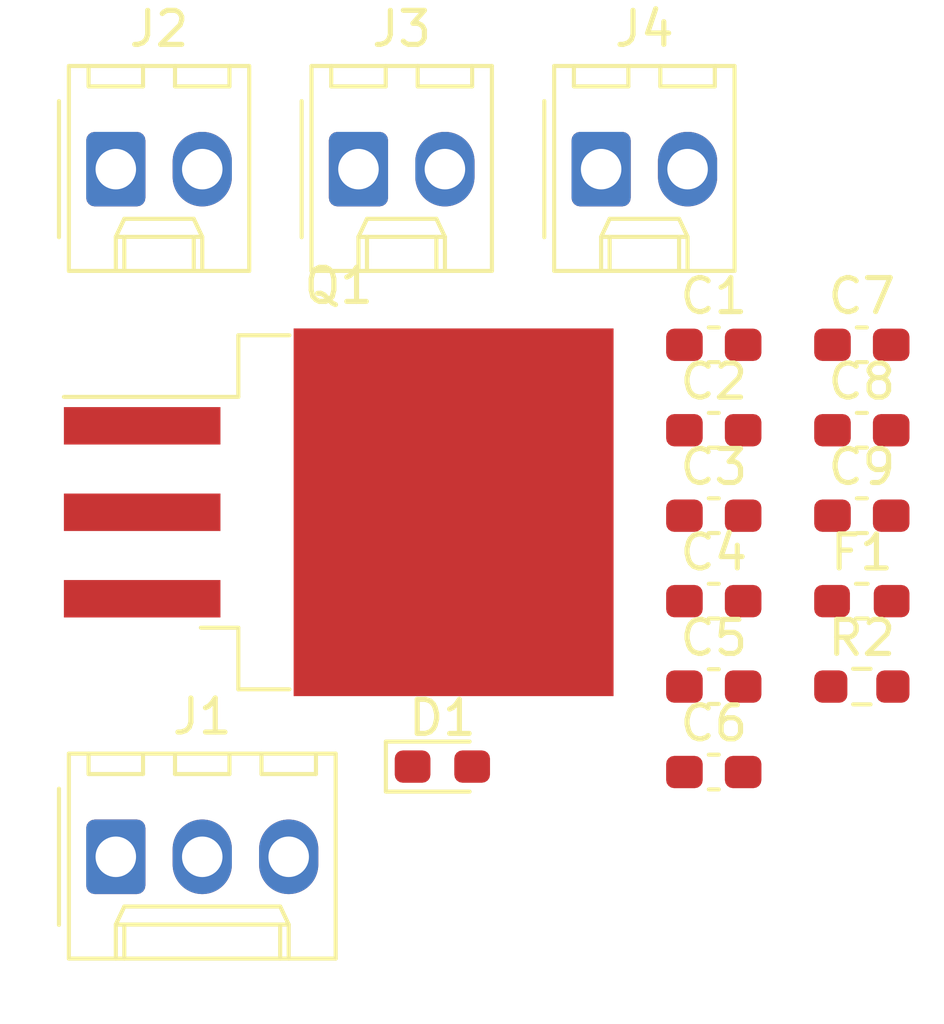
<source format=kicad_pcb>
(kicad_pcb (version 20221018) (generator pcbnew)
  (title_block (title "Horns Board") (date "2023-09-28") (rev "1.0") (company "Illini Solar Car") (comment 1 "Designed By: Jimmy Konieczny"))
  (layers (0 "F.Cu" signal) (31 "B.Cu" signal) (34 "B.Paste" user) (35 "F.Paste" user) (36 "B.SilkS" user "B.Silkscreen") (37 "F.SilkS" user "F.Silkscreen") (38 "B.Mask" user) (39 "F.Mask" user) (44 "Edge.Cuts" user))
  (net 0 "")
  (net 1 "/Horn Control")
  (net 2 "GND")
  (net 3 "Net-(Q1-D)")
  (net 4 "/Horn_In")
  (net 5 "+24V")
  (net 6 "Net-(J3-Pin_1)")
  (footprint "Package_TO_SOT_SMD:TO-263-3_TabPin2" (layer "F.Cu") (at 101.7175 73.88)
    (fp_text reference "Q1" (at 0 -6.65) (layer "F.SilkS"))
    (fp_text value "Q_NMOS_GDS")
    (fp_line (start -2.95 -5.2) (end -2.95 -3.39) (stroke (width 0.12)) (layer "F.SilkS"))
    (fp_line (start -2.95 -3.39) (end -8.075 -3.39) (stroke (width 0.12)) (layer "F.SilkS"))
    (fp_line (start -2.95 3.39) (end -4.05 3.39) (stroke (width 0.12)) (layer "F.SilkS"))
    (fp_line (start -2.95 5.2) (end -2.95 3.39) (stroke (width 0.12)) (layer "F.SilkS"))
    (fp_line (start -1.45 -5.2) (end -2.95 -5.2) (stroke (width 0.12)) (layer "F.SilkS"))
    (fp_line (start -1.45 5.2) (end -2.95 5.2) (stroke (width 0.12)) (layer "F.SilkS"))
    (pad "1" smd rect (at -5.775 -2.54) (size 4.6 1.1) (layers "F.Cu" "F.Paste" "F.Mask") (net 1 "/Horn Control"))
    (pad "2" smd rect (at -5.775 0) (size 4.6 1.1) (layers "F.Cu" "F.Paste" "F.Mask") (net 3 "Net-(Q1-D)"))
    (pad "2" smd rect (at 3.375 0) (size 9.4 10.8) (layers "F.Cu" "F.Mask") (net 3 "Net-(Q1-D)"))
    (pad "3" smd rect (at -5.775 2.54) (size 4.6 1.1) (layers "F.Cu" "F.Paste" "F.Mask") (net 2 "GND"))
  )
  (footprint "Capacitor_SMD:C_0603_1608Metric_Pad1.08x0.95mm_HandSolder" (layer "F.Cu") (at 117.0875 71.47)
    (fp_text reference "C8" (at 0 -1.43) (layer "F.SilkS"))
    (fp_text value "10uF")
    (fp_line (start -0.146267 -0.51) (end 0.146267 -0.51) (stroke (width 0.12)) (layer "F.SilkS"))
    (fp_line (start -0.146267 0.51) (end 0.146267 0.51) (stroke (width 0.12)) (layer "F.SilkS"))
    (pad "1" smd roundrect (at -0.8625 0) (size 1.075 0.95) (layers "F.Cu" "F.Paste" "F.Mask") (net 5 "+24V"))
    (pad "2" smd roundrect (at 0.8625 0) (size 1.075 0.95) (layers "F.Cu" "F.Paste" "F.Mask") (net 2 "GND"))
  )
  (footprint "Capacitor_SMD:C_0603_1608Metric_Pad1.08x0.95mm_HandSolder" (layer "F.Cu") (at 112.7375 76.49)
    (fp_text reference "C4" (at 0 -1.43) (layer "F.SilkS"))
    (fp_text value ".1uF")
    (fp_line (start -0.146267 -0.51) (end 0.146267 -0.51) (stroke (width 0.12)) (layer "F.SilkS"))
    (fp_line (start -0.146267 0.51) (end 0.146267 0.51) (stroke (width 0.12)) (layer "F.SilkS"))
    (pad "1" smd roundrect (at -0.8625 0) (size 1.075 0.95) (layers "F.Cu" "F.Paste" "F.Mask") (net 5 "+24V"))
    (pad "2" smd roundrect (at 0.8625 0) (size 1.075 0.95) (layers "F.Cu" "F.Paste" "F.Mask") (net 2 "GND"))
  )
  (footprint "Resistor_SMD:R_0603_1608Metric_Pad0.98x0.95mm_HandSolder" (layer "F.Cu") (at 117.0875 79)
    (fp_text reference "R2" (at 0 -1.43) (layer "F.SilkS"))
    (fp_text value "1k")
    (fp_line (start -0.254724 -0.5225) (end 0.254724 -0.5225) (stroke (width 0.12)) (layer "F.SilkS"))
    (fp_line (start -0.254724 0.5225) (end 0.254724 0.5225) (stroke (width 0.12)) (layer "F.SilkS"))
    (pad "1" smd roundrect (at -0.9125 0) (size 0.975 0.95) (layers "F.Cu" "F.Paste" "F.Mask") (net 1 "/Horn Control"))
    (pad "2" smd roundrect (at 0.9125 0) (size 0.975 0.95) (layers "F.Cu" "F.Paste" "F.Mask") (net 2 "GND"))
  )
  (footprint "Connector_Molex:Molex_KK-254_AE-6410-02A_1x02_P2.54mm_Vertical" (layer "F.Cu") (at 109.4275 63.8)
    (fp_text reference "J4" (at 1.27 -4.12) (layer "F.SilkS"))
    (fp_text value "Conn_01x02")
    (fp_line (start -1.67 -2) (end -1.67 2) (stroke (width 0.12)) (layer "F.SilkS"))
    (fp_line (start -1.38 -3.03) (end -1.38 2.99) (stroke (width 0.12)) (layer "F.SilkS"))
    (fp_line (start -1.38 2.99) (end 3.92 2.99) (stroke (width 0.12)) (layer "F.SilkS"))
    (fp_line (start -0.8 -3.03) (end -0.8 -2.43) (stroke (width 0.12)) (layer "F.SilkS"))
    (fp_line (start -0.8 -2.43) (end 0.8 -2.43) (stroke (width 0.12)) (layer "F.SilkS"))
    (fp_line (start 0 1.99) (end 0.25 1.46) (stroke (width 0.12)) (layer "F.SilkS"))
    (fp_line (start 0 1.99) (end 2.54 1.99) (stroke (width 0.12)) (layer "F.SilkS"))
    (fp_line (start 0 2.99) (end 0 1.99) (stroke (width 0.12)) (layer "F.SilkS"))
    (fp_line (start 0.25 1.46) (end 2.29 1.46) (stroke (width 0.12)) (layer "F.SilkS"))
    (fp_line (start 0.25 2.99) (end 0.25 1.99) (stroke (width 0.12)) (layer "F.SilkS"))
    (fp_line (start 0.8 -2.43) (end 0.8 -3.03) (stroke (width 0.12)) (layer "F.SilkS"))
    (fp_line (start 1.74 -3.03) (end 1.74 -2.43) (stroke (width 0.12)) (layer "F.SilkS"))
    (fp_line (start 1.74 -2.43) (end 3.34 -2.43) (stroke (width 0.12)) (layer "F.SilkS"))
    (fp_line (start 2.29 1.46) (end 2.54 1.99) (stroke (width 0.12)) (layer "F.SilkS"))
    (fp_line (start 2.29 2.99) (end 2.29 1.99) (stroke (width 0.12)) (layer "F.SilkS"))
    (fp_line (start 2.54 1.99) (end 2.54 2.99) (stroke (width 0.12)) (layer "F.SilkS"))
    (fp_line (start 3.34 -2.43) (end 3.34 -3.03) (stroke (width 0.12)) (layer "F.SilkS"))
    (fp_line (start 3.92 -3.03) (end -1.38 -3.03) (stroke (width 0.12)) (layer "F.SilkS"))
    (fp_line (start 3.92 2.99) (end 3.92 -3.03) (stroke (width 0.12)) (layer "F.SilkS"))
    (pad "1" thru_hole roundrect (at 0 0) (size 1.74 2.19) (drill 1.19) (layers "*.Cu" "*.Mask") (roundrect_rratio 0.143678) (net 4 "/Horn_In"))
    (pad "2" thru_hole oval (at 2.54 0) (size 1.74 2.19) (drill 1.19) (layers "*.Cu" "*.Mask") (net 6 "Net-(J3-Pin_1)"))
  )
  (footprint "Capacitor_SMD:C_0603_1608Metric_Pad1.08x0.95mm_HandSolder" (layer "F.Cu") (at 112.7375 71.47)
    (fp_text reference "C2" (at 0 -1.43) (layer "F.SilkS"))
    (fp_text value ".1uF")
    (fp_line (start -0.146267 -0.51) (end 0.146267 -0.51) (stroke (width 0.12)) (layer "F.SilkS"))
    (fp_line (start -0.146267 0.51) (end 0.146267 0.51) (stroke (width 0.12)) (layer "F.SilkS"))
    (pad "1" smd roundrect (at -0.8625 0) (size 1.075 0.95) (layers "F.Cu" "F.Paste" "F.Mask") (net 1 "/Horn Control"))
    (pad "2" smd roundrect (at 0.8625 0) (size 1.075 0.95) (layers "F.Cu" "F.Paste" "F.Mask") (net 2 "GND"))
  )
  (footprint "Fuse:Fuse_0603_1608Metric_Pad1.05x0.95mm_HandSolder" (layer "F.Cu") (at 117.0875 76.49)
    (fp_text reference "F1" (at 0 -1.43) (layer "F.SilkS"))
    (fp_text value "2A")
    (fp_line (start -0.171267 -0.51) (end 0.171267 -0.51) (stroke (width 0.12)) (layer "F.SilkS"))
    (fp_line (start -0.171267 0.51) (end 0.171267 0.51) (stroke (width 0.12)) (layer "F.SilkS"))
    (pad "1" smd roundrect (at -0.875 0) (size 1.05 0.95) (layers "F.Cu" "F.Paste" "F.Mask") (net 3 "Net-(Q1-D)"))
    (pad "2" smd roundrect (at 0.875 0) (size 1.05 0.95) (layers "F.Cu" "F.Paste" "F.Mask") (net 4 "/Horn_In"))
  )
  (footprint "Diode_SMD:D_0603_1608Metric_Pad1.05x0.95mm_HandSolder" (layer "F.Cu") (at 104.7625 81.35)
    (fp_text reference "D1" (at 0 -1.43) (layer "F.SilkS"))
    (fp_text value "B250")
    (fp_line (start -1.66 -0.735) (end -1.66 0.735) (stroke (width 0.12)) (layer "F.SilkS"))
    (fp_line (start -1.66 0.735) (end 0.8 0.735) (stroke (width 0.12)) (layer "F.SilkS"))
    (fp_line (start 0.8 -0.735) (end -1.66 -0.735) (stroke (width 0.12)) (layer "F.SilkS"))
    (pad "1" smd roundrect (at -0.875 0) (size 1.05 0.95) (layers "F.Cu" "F.Paste" "F.Mask") (net 5 "+24V"))
    (pad "2" smd roundrect (at 0.875 0) (size 1.05 0.95) (layers "F.Cu" "F.Paste" "F.Mask") (net 4 "/Horn_In"))
  )
  (footprint "Capacitor_SMD:C_0603_1608Metric_Pad1.08x0.95mm_HandSolder" (layer "F.Cu") (at 112.7375 68.96)
    (fp_text reference "C1" (at 0 -1.43) (layer "F.SilkS"))
    (fp_text value ".1uF")
    (fp_line (start -0.146267 -0.51) (end 0.146267 -0.51) (stroke (width 0.12)) (layer "F.SilkS"))
    (fp_line (start -0.146267 0.51) (end 0.146267 0.51) (stroke (width 0.12)) (layer "F.SilkS"))
    (pad "1" smd roundrect (at -0.8625 0) (size 1.075 0.95) (layers "F.Cu" "F.Paste" "F.Mask") (net 5 "+24V"))
    (pad "2" smd roundrect (at 0.8625 0) (size 1.075 0.95) (layers "F.Cu" "F.Paste" "F.Mask") (net 2 "GND"))
  )
  (footprint "Connector_Molex:Molex_KK-254_AE-6410-02A_1x02_P2.54mm_Vertical" (layer "F.Cu") (at 95.1675 63.8)
    (fp_text reference "J2" (at 1.27 -4.12) (layer "F.SilkS"))
    (fp_text value "Conn_01x02")
    (fp_line (start -1.67 -2) (end -1.67 2) (stroke (width 0.12)) (layer "F.SilkS"))
    (fp_line (start -1.38 -3.03) (end -1.38 2.99) (stroke (width 0.12)) (layer "F.SilkS"))
    (fp_line (start -1.38 2.99) (end 3.92 2.99) (stroke (width 0.12)) (layer "F.SilkS"))
    (fp_line (start -0.8 -3.03) (end -0.8 -2.43) (stroke (width 0.12)) (layer "F.SilkS"))
    (fp_line (start -0.8 -2.43) (end 0.8 -2.43) (stroke (width 0.12)) (layer "F.SilkS"))
    (fp_line (start 0 1.99) (end 0.25 1.46) (stroke (width 0.12)) (layer "F.SilkS"))
    (fp_line (start 0 1.99) (end 2.54 1.99) (stroke (width 0.12)) (layer "F.SilkS"))
    (fp_line (start 0 2.99) (end 0 1.99) (stroke (width 0.12)) (layer "F.SilkS"))
    (fp_line (start 0.25 1.46) (end 2.29 1.46) (stroke (width 0.12)) (layer "F.SilkS"))
    (fp_line (start 0.25 2.99) (end 0.25 1.99) (stroke (width 0.12)) (layer "F.SilkS"))
    (fp_line (start 0.8 -2.43) (end 0.8 -3.03) (stroke (width 0.12)) (layer "F.SilkS"))
    (fp_line (start 1.74 -3.03) (end 1.74 -2.43) (stroke (width 0.12)) (layer "F.SilkS"))
    (fp_line (start 1.74 -2.43) (end 3.34 -2.43) (stroke (width 0.12)) (layer "F.SilkS"))
    (fp_line (start 2.29 1.46) (end 2.54 1.99) (stroke (width 0.12)) (layer "F.SilkS"))
    (fp_line (start 2.29 2.99) (end 2.29 1.99) (stroke (width 0.12)) (layer "F.SilkS"))
    (fp_line (start 2.54 1.99) (end 2.54 2.99) (stroke (width 0.12)) (layer "F.SilkS"))
    (fp_line (start 3.34 -2.43) (end 3.34 -3.03) (stroke (width 0.12)) (layer "F.SilkS"))
    (fp_line (start 3.92 -3.03) (end -1.38 -3.03) (stroke (width 0.12)) (layer "F.SilkS"))
    (fp_line (start 3.92 2.99) (end 3.92 -3.03) (stroke (width 0.12)) (layer "F.SilkS"))
    (pad "1" thru_hole roundrect (at 0 0) (size 1.74 2.19) (drill 1.19) (layers "*.Cu" "*.Mask") (roundrect_rratio 0.143678) (net 2 "GND"))
    (pad "2" thru_hole oval (at 2.54 0) (size 1.74 2.19) (drill 1.19) (layers "*.Cu" "*.Mask") (net 1 "/Horn Control"))
  )
  (footprint "Capacitor_SMD:C_0603_1608Metric_Pad1.08x0.95mm_HandSolder" (layer "F.Cu") (at 112.7375 73.98)
    (fp_text reference "C3" (at 0 -1.43) (layer "F.SilkS"))
    (fp_text value ".1uF")
    (fp_line (start -0.146267 -0.51) (end 0.146267 -0.51) (stroke (width 0.12)) (layer "F.SilkS"))
    (fp_line (start -0.146267 0.51) (end 0.146267 0.51) (stroke (width 0.12)) (layer "F.SilkS"))
    (pad "1" smd roundrect (at -0.8625 0) (size 1.075 0.95) (layers "F.Cu" "F.Paste" "F.Mask") (net 5 "+24V"))
    (pad "2" smd roundrect (at 0.8625 0) (size 1.075 0.95) (layers "F.Cu" "F.Paste" "F.Mask") (net 2 "GND"))
  )
  (footprint "Capacitor_SMD:C_0603_1608Metric_Pad1.08x0.95mm_HandSolder" (layer "F.Cu") (at 117.0875 68.96)
    (fp_text reference "C7" (at 0 -1.43) (layer "F.SilkS"))
    (fp_text value "10uF")
    (fp_line (start -0.146267 -0.51) (end 0.146267 -0.51) (stroke (width 0.12)) (layer "F.SilkS"))
    (fp_line (start -0.146267 0.51) (end 0.146267 0.51) (stroke (width 0.12)) (layer "F.SilkS"))
    (pad "1" smd roundrect (at -0.8625 0) (size 1.075 0.95) (layers "F.Cu" "F.Paste" "F.Mask") (net 5 "+24V"))
    (pad "2" smd roundrect (at 0.8625 0) (size 1.075 0.95) (layers "F.Cu" "F.Paste" "F.Mask") (net 2 "GND"))
  )
  (footprint "Connector_Molex:Molex_KK-254_AE-6410-02A_1x02_P2.54mm_Vertical" (layer "F.Cu") (at 102.2975 63.8)
    (fp_text reference "J3" (at 1.27 -4.12) (layer "F.SilkS"))
    (fp_text value "Conn_01x02")
    (fp_line (start -1.67 -2) (end -1.67 2) (stroke (width 0.12)) (layer "F.SilkS"))
    (fp_line (start -1.38 -3.03) (end -1.38 2.99) (stroke (width 0.12)) (layer "F.SilkS"))
    (fp_line (start -1.38 2.99) (end 3.92 2.99) (stroke (width 0.12)) (layer "F.SilkS"))
    (fp_line (start -0.8 -3.03) (end -0.8 -2.43) (stroke (width 0.12)) (layer "F.SilkS"))
    (fp_line (start -0.8 -2.43) (end 0.8 -2.43) (stroke (width 0.12)) (layer "F.SilkS"))
    (fp_line (start 0 1.99) (end 0.25 1.46) (stroke (width 0.12)) (layer "F.SilkS"))
    (fp_line (start 0 1.99) (end 2.54 1.99) (stroke (width 0.12)) (layer "F.SilkS"))
    (fp_line (start 0 2.99) (end 0 1.99) (stroke (width 0.12)) (layer "F.SilkS"))
    (fp_line (start 0.25 1.46) (end 2.29 1.46) (stroke (width 0.12)) (layer "F.SilkS"))
    (fp_line (start 0.25 2.99) (end 0.25 1.99) (stroke (width 0.12)) (layer "F.SilkS"))
    (fp_line (start 0.8 -2.43) (end 0.8 -3.03) (stroke (width 0.12)) (layer "F.SilkS"))
    (fp_line (start 1.74 -3.03) (end 1.74 -2.43) (stroke (width 0.12)) (layer "F.SilkS"))
    (fp_line (start 1.74 -2.43) (end 3.34 -2.43) (stroke (width 0.12)) (layer "F.SilkS"))
    (fp_line (start 2.29 1.46) (end 2.54 1.99) (stroke (width 0.12)) (layer "F.SilkS"))
    (fp_line (start 2.29 2.99) (end 2.29 1.99) (stroke (width 0.12)) (layer "F.SilkS"))
    (fp_line (start 2.54 1.99) (end 2.54 2.99) (stroke (width 0.12)) (layer "F.SilkS"))
    (fp_line (start 3.34 -2.43) (end 3.34 -3.03) (stroke (width 0.12)) (layer "F.SilkS"))
    (fp_line (start 3.92 -3.03) (end -1.38 -3.03) (stroke (width 0.12)) (layer "F.SilkS"))
    (fp_line (start 3.92 2.99) (end 3.92 -3.03) (stroke (width 0.12)) (layer "F.SilkS"))
    (pad "1" thru_hole roundrect (at 0 0) (size 1.74 2.19) (drill 1.19) (layers "*.Cu" "*.Mask") (roundrect_rratio 0.143678) (net 6 "Net-(J3-Pin_1)"))
    (pad "2" thru_hole oval (at 2.54 0) (size 1.74 2.19) (drill 1.19) (layers "*.Cu" "*.Mask") (net 5 "+24V"))
  )
  (footprint "Capacitor_SMD:C_0603_1608Metric_Pad1.08x0.95mm_HandSolder" (layer "F.Cu") (at 117.0875 73.98)
    (fp_text reference "C9" (at 0 -1.43) (layer "F.SilkS"))
    (fp_text value "100uF")
    (fp_line (start -0.146267 -0.51) (end 0.146267 -0.51) (stroke (width 0.12)) (layer "F.SilkS"))
    (fp_line (start -0.146267 0.51) (end 0.146267 0.51) (stroke (width 0.12)) (layer "F.SilkS"))
    (pad "1" smd roundrect (at -0.8625 0) (size 1.075 0.95) (layers "F.Cu" "F.Paste" "F.Mask") (net 5 "+24V"))
    (pad "2" smd roundrect (at 0.8625 0) (size 1.075 0.95) (layers "F.Cu" "F.Paste" "F.Mask") (net 2 "GND"))
  )
  (footprint "Connector_Molex:Molex_KK-254_AE-6410-03A_1x03_P2.54mm_Vertical" (layer "F.Cu") (at 95.1675 84)
    (fp_text reference "J1" (at 2.54 -4.12) (layer "F.SilkS"))
    (fp_text value "Conn_01x03")
    (fp_line (start -1.67 -2) (end -1.67 2) (stroke (width 0.12)) (layer "F.SilkS"))
    (fp_line (start -1.38 -3.03) (end -1.38 2.99) (stroke (width 0.12)) (layer "F.SilkS"))
    (fp_line (start -1.38 2.99) (end 6.46 2.99) (stroke (width 0.12)) (layer "F.SilkS"))
    (fp_line (start -0.8 -3.03) (end -0.8 -2.43) (stroke (width 0.12)) (layer "F.SilkS"))
    (fp_line (start -0.8 -2.43) (end 0.8 -2.43) (stroke (width 0.12)) (layer "F.SilkS"))
    (fp_line (start 0 1.99) (end 0.25 1.46) (stroke (width 0.12)) (layer "F.SilkS"))
    (fp_line (start 0 1.99) (end 5.08 1.99) (stroke (width 0.12)) (layer "F.SilkS"))
    (fp_line (start 0 2.99) (end 0 1.99) (stroke (width 0.12)) (layer "F.SilkS"))
    (fp_line (start 0.25 1.46) (end 4.83 1.46) (stroke (width 0.12)) (layer "F.SilkS"))
    (fp_line (start 0.25 2.99) (end 0.25 1.99) (stroke (width 0.12)) (layer "F.SilkS"))
    (fp_line (start 0.8 -2.43) (end 0.8 -3.03) (stroke (width 0.12)) (layer "F.SilkS"))
    (fp_line (start 1.74 -3.03) (end 1.74 -2.43) (stroke (width 0.12)) (layer "F.SilkS"))
    (fp_line (start 1.74 -2.43) (end 3.34 -2.43) (stroke (width 0.12)) (layer "F.SilkS"))
    (fp_line (start 3.34 -2.43) (end 3.34 -3.03) (stroke (width 0.12)) (layer "F.SilkS"))
    (fp_line (start 4.28 -3.03) (end 4.28 -2.43) (stroke (width 0.12)) (layer "F.SilkS"))
    (fp_line (start 4.28 -2.43) (end 5.88 -2.43) (stroke (width 0.12)) (layer "F.SilkS"))
    (fp_line (start 4.83 1.46) (end 5.08 1.99) (stroke (width 0.12)) (layer "F.SilkS"))
    (fp_line (start 4.83 2.99) (end 4.83 1.99) (stroke (width 0.12)) (layer "F.SilkS"))
    (fp_line (start 5.08 1.99) (end 5.08 2.99) (stroke (width 0.12)) (layer "F.SilkS"))
    (fp_line (start 5.88 -2.43) (end 5.88 -3.03) (stroke (width 0.12)) (layer "F.SilkS"))
    (fp_line (start 6.46 -3.03) (end -1.38 -3.03) (stroke (width 0.12)) (layer "F.SilkS"))
    (fp_line (start 6.46 2.99) (end 6.46 -3.03) (stroke (width 0.12)) (layer "F.SilkS"))
    (pad "1" thru_hole roundrect (at 0 0) (size 1.74 2.19) (drill 1.19) (layers "*.Cu" "*.Mask") (roundrect_rratio 0.143678) (net 2 "GND"))
    (pad "2" thru_hole oval (at 2.54 0) (size 1.74 2.19) (drill 1.19) (layers "*.Cu" "*.Mask") (net 5 "+24V"))
    (pad "3" thru_hole oval (at 5.08 0) (size 1.74 2.19) (drill 1.19) (layers "*.Cu" "*.Mask") (net 2 "GND"))
  )
  (footprint "Capacitor_SMD:C_0603_1608Metric_Pad1.08x0.95mm_HandSolder" (layer "F.Cu") (at 112.7375 81.51)
    (fp_text reference "C6" (at 0 -1.43) (layer "F.SilkS"))
    (fp_text value "1uF")
    (fp_line (start -0.146267 -0.51) (end 0.146267 -0.51) (stroke (width 0.12)) (layer "F.SilkS"))
    (fp_line (start -0.146267 0.51) (end 0.146267 0.51) (stroke (width 0.12)) (layer "F.SilkS"))
    (pad "1" smd roundrect (at -0.8625 0) (size 1.075 0.95) (layers "F.Cu" "F.Paste" "F.Mask") (net 5 "+24V"))
    (pad "2" smd roundrect (at 0.8625 0) (size 1.075 0.95) (layers "F.Cu" "F.Paste" "F.Mask") (net 2 "GND"))
  )
  (footprint "Capacitor_SMD:C_0603_1608Metric_Pad1.08x0.95mm_HandSolder" (layer "F.Cu") (at 112.7375 79)
    (fp_text reference "C5" (at 0 -1.43) (layer "F.SilkS"))
    (fp_text value "1uF")
    (fp_line (start -0.146267 -0.51) (end 0.146267 -0.51) (stroke (width 0.12)) (layer "F.SilkS"))
    (fp_line (start -0.146267 0.51) (end 0.146267 0.51) (stroke (width 0.12)) (layer "F.SilkS"))
    (pad "1" smd roundrect (at -0.8625 0) (size 1.075 0.95) (layers "F.Cu" "F.Paste" "F.Mask") (net 5 "+24V"))
    (pad "2" smd roundrect (at 0.8625 0) (size 1.075 0.95) (layers "F.Cu" "F.Paste" "F.Mask") (net 2 "GND"))
  )
)
</source>
